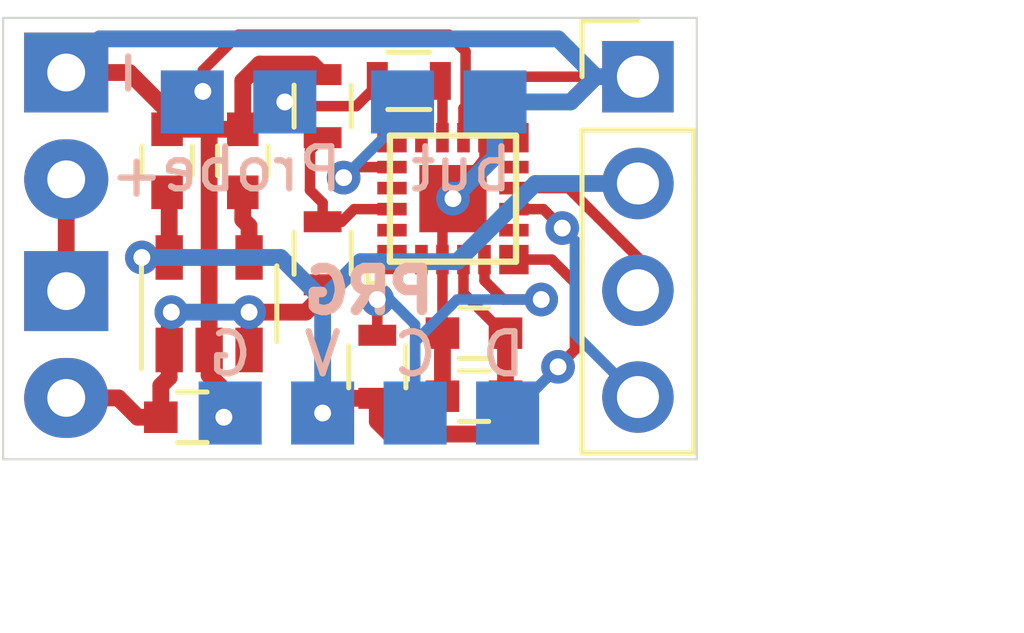
<source format=kicad_pcb>
(kicad_pcb (version 20221018) (generator pcbnew)
  (layers (0 "F.Cu" signal) (31 "B.Cu" signal) (34 "B.Paste" user) (35 "F.Paste" user) (36 "B.SilkS" user "B.Silkscreen") (37 "F.SilkS" user "F.Silkscreen") (38 "B.Mask" user) (39 "F.Mask" user) (44 "Edge.Cuts" user))
  (net 0 "")
  (net 1 "/VIN")
  (net 2 "GND")
  (net 3 "Net-(C2-Pad1)")
  (net 4 "+2V8")
  (net 5 "+BATT")
  (net 6 "/C2D")
  (net 7 "/C2C")
  (net 8 "/SDA")
  (net 9 "/SCL")
  (net 10 "/P-")
  (net 11 "/ANA")
  (net 12 "Net-(R1-Pad2)")
  (net 13 "Net-(R4-Pad2)")
  (net 14 "/BUT")
  (net 15 "Net-(U2-Pad1)")
  (net 16 "Net-(U2-Pad16)")
  (net 17 "Net-(U2-Pad20)")
  (net 18 "Net-(U2-Pad18)")
  (net 19 "Net-(U2-Pad11)")
  (net 20 "Net-(U2-Pad10)")
  (net 21 "Net-(U2-Pad7)")
  (net 22 "Net-(U2-Pad2)")
  (footprint "Capacitors_SMD:C_0603" (layer "F.Cu") (at 130.5 101)
    (fp_text reference "C1" hide)
    (fp_text value "1uf" hide)
    (fp_line (start -0.35 -0.6) (end 0.35 -0.6) (stroke (width 0.12)) (layer "F.SilkS"))
    (fp_line (start 0.35 0.6) (end -0.35 0.6) (stroke (width 0.12)) (layer "F.SilkS"))
    (pad "1" smd rect (at -0.75 0) (size 0.8 0.75) (layers "F.Cu" "F.Paste" "F.Mask") (net 1 "/VIN"))
    (pad "2" smd rect (at 0.75 0) (size 0.8 0.75) (layers "F.Cu" "F.Paste" "F.Mask") (net 2 "GND"))
  )
  (footprint "Capacitors_SMD:C_0603" (layer "F.Cu") (at 129.9 94.9 90)
    (fp_text reference "C3" hide)
    (fp_text value "2uf" hide)
    (fp_line (start -0.35 -0.6) (end 0.35 -0.6) (stroke (width 0.12)) (layer "F.SilkS"))
    (fp_line (start 0.35 0.6) (end -0.35 0.6) (stroke (width 0.12)) (layer "F.SilkS"))
    (pad "1" smd rect (at -0.75 0 90) (size 0.8 0.75) (layers "F.Cu" "F.Paste" "F.Mask") (net 4 "+2V8"))
    (pad "2" smd rect (at 0.75 0 90) (size 0.8 0.75) (layers "F.Cu" "F.Paste" "F.Mask") (net 2 "GND"))
  )
  (footprint "Capacitors_SMD:C_0603" (layer "F.Cu") (at 137.2 99 180)
    (fp_text reference "C4" hide)
    (fp_text value "100n" hide)
    (fp_line (start -0.35 -0.6) (end 0.35 -0.6) (stroke (width 0.12)) (layer "F.SilkS"))
    (fp_line (start 0.35 0.6) (end -0.35 0.6) (stroke (width 0.12)) (layer "F.SilkS"))
    (pad "1" smd rect (at -0.75 0 180) (size 0.8 0.75) (layers "F.Cu" "F.Paste" "F.Mask") (net 4 "+2V8"))
    (pad "2" smd rect (at 0.75 0 180) (size 0.8 0.75) (layers "F.Cu" "F.Paste" "F.Mask") (net 2 "GND"))
  )
  (footprint "Resistors_SMD:R_0603" (layer "F.Cu") (at 133.6 97.1 90)
    (fp_text reference "R1" hide)
    (fp_text value "5.1K" hide)
    (fp_line (start -0.5 -0.68) (end 0.5 -0.68) (stroke (width 0.12)) (layer "F.SilkS"))
    (fp_line (start 0.5 0.68) (end -0.5 0.68) (stroke (width 0.12)) (layer "F.SilkS"))
    (pad "1" smd rect (at -0.75 0 90) (size 0.5 0.9) (layers "F.Cu" "F.Paste" "F.Mask") (net 1 "/VIN"))
    (pad "2" smd rect (at 0.75 0 90) (size 0.5 0.9) (layers "F.Cu" "F.Paste" "F.Mask") (net 12 "Net-(R1-Pad2)"))
  )
  (footprint "Resistors_SMD:R_0603" (layer "F.Cu") (at 133.6 93.6 90)
    (fp_text reference "R2" hide)
    (fp_text value "10K" hide)
    (fp_line (start -0.5 -0.68) (end 0.5 -0.68) (stroke (width 0.12)) (layer "F.SilkS"))
    (fp_line (start 0.5 0.68) (end -0.5 0.68) (stroke (width 0.12)) (layer "F.SilkS"))
    (pad "1" smd rect (at -0.75 0 90) (size 0.5 0.9) (layers "F.Cu" "F.Paste" "F.Mask") (net 12 "Net-(R1-Pad2)"))
    (pad "2" smd rect (at 0.75 0 90) (size 0.5 0.9) (layers "F.Cu" "F.Paste" "F.Mask") (net 2 "GND"))
  )
  (footprint "KiCadCustomLibs:QFN20" (layer "F.Cu") (at 136.7 95.8)
    (fp_text reference "U2" hide)
    (fp_text value "EFM8BB1" hide)
    (fp_line (start -2.032 2.032) (end -2.032 1.651) (stroke (width 0.15)) (layer "F.SilkS"))
    (fp_line (start -1.651 2.032) (end -2.032 2.032) (stroke (width 0.15)) (layer "F.SilkS"))
    (fp_line (start -1.5 -1.5) (end -1.5 1.5) (stroke (width 0.15)) (layer "F.SilkS"))
    (fp_line (start -1.5 1.5) (end 1.5 1.5) (stroke (width 0.15)) (layer "F.SilkS"))
    (fp_line (start 1.5 -1.5) (end -1.5 -1.5) (stroke (width 0.15)) (layer "F.SilkS"))
    (fp_line (start 1.5 1.5) (end 1.5 -1.5) (stroke (width 0.15)) (layer "F.SilkS"))
    (pad "1" smd rect (at -1.45 1.45) (size 0.7 0.7) (layers "F.Cu" "F.Paste" "F.Mask") (net 15 "Net-(U2-Pad1)"))
    (pad "2" smd rect (at -0.75 1.45) (size 0.3 0.7) (layers "F.Cu" "F.Paste" "F.Mask") (net 22 "Net-(U2-Pad2)"))
    (pad "3" smd rect (at -0.25 1.45) (size 0.3 0.7) (layers "F.Cu" "F.Paste" "F.Mask") (net 2 "GND"))
    (pad "4" smd rect (at 0.25 1.45) (size 0.3 0.7) (layers "F.Cu" "F.Paste" "F.Mask") (net 4 "+2V8"))
    (pad "5" smd rect (at 0.75 1.45) (size 0.3 0.7) (layers "F.Cu" "F.Paste" "F.Mask") (net 7 "/C2C"))
    (pad "6" smd rect (at 1.45 1.45) (size 0.7 0.7) (layers "F.Cu" "F.Paste" "F.Mask") (net 6 "/C2D"))
    (pad "7" smd rect (at 1.45 0.75 90) (size 0.3 0.7) (layers "F.Cu" "F.Paste" "F.Mask") (net 21 "Net-(U2-Pad7)"))
    (pad "8" smd rect (at 1.45 0.25 90) (size 0.3 0.7) (layers "F.Cu" "F.Paste" "F.Mask") (net 8 "/SDA"))
    (pad "9" smd rect (at 1.45 -0.25 90) (size 0.3 0.7) (layers "F.Cu" "F.Paste" "F.Mask") (net 9 "/SCL"))
    (pad "10" smd rect (at 1.45 -0.75 90) (size 0.3 0.7) (layers "F.Cu" "F.Paste" "F.Mask") (net 20 "Net-(U2-Pad10)"))
    (pad "11" smd rect (at 1.45 -1.45) (size 0.7 0.7) (layers "F.Cu" "F.Paste" "F.Mask") (net 19 "Net-(U2-Pad11)"))
    (pad "12" smd rect (at 0.75 -1.45) (size 0.3 0.7) (layers "F.Cu" "F.Paste" "F.Mask") (net 2 "GND"))
    (pad "13" smd rect (at 0.25 -1.45) (size 0.3 0.7) (layers "F.Cu" "F.Paste" "F.Mask") (net 10 "/P-"))
    (pad "14" smd rect (at -0.25 -1.45) (size 0.3 0.7) (layers "F.Cu" "F.Paste" "F.Mask") (net 13 "Net-(R4-Pad2)"))
    (pad "15" smd rect (at -0.75 -1.45) (size 0.3 0.7) (layers "F.Cu" "F.Paste" "F.Mask") (net 11 "/ANA"))
    (pad "16" smd rect (at -1.45 -1.45) (size 0.7 0.7) (layers "F.Cu" "F.Paste" "F.Mask") (net 16 "Net-(U2-Pad16)"))
    (pad "17" smd rect (at -1.45 -0.75 90) (size 0.3 0.7) (layers "F.Cu" "F.Paste" "F.Mask") (net 14 "/BUT"))
    (pad "18" smd rect (at -1.45 -0.25 90) (size 0.3 0.7) (layers "F.Cu" "F.Paste" "F.Mask") (net 18 "Net-(U2-Pad18)"))
    (pad "19" smd rect (at -1.45 0.25 90) (size 0.3 0.7) (layers "F.Cu" "F.Paste" "F.Mask") (net 12 "Net-(R1-Pad2)"))
    (pad "20" smd rect (at -1.45 0.75 90) (size 0.3 0.7) (layers "F.Cu" "F.Paste" "F.Mask") (net 17 "Net-(U2-Pad20)"))
    (pad "21" smd rect (at 0 0) (size 1.6 1.6) (layers "F.Cu" "F.Paste" "F.Mask") (net 2 "GND"))
  )
  (footprint "Pin_Headers:Pin_Header_Straight_1x04_Pitch2.54mm" (layer "F.Cu") (at 141.1 92.9)
    (fp_text reference "J3" hide)
    (fp_text value "OLED" hide)
    (fp_line (start -1.33 -1.33) (end 0 -1.33) (stroke (width 0.12)) (layer "F.SilkS"))
    (fp_line (start -1.33 0) (end -1.33 -1.33) (stroke (width 0.12)) (layer "F.SilkS"))
    (fp_line (start -1.33 1.27) (end -1.33 8.95) (stroke (width 0.12)) (layer "F.SilkS"))
    (fp_line (start -1.33 1.27) (end 1.33 1.27) (stroke (width 0.12)) (layer "F.SilkS"))
    (fp_line (start -1.33 8.95) (end 1.33 8.95) (stroke (width 0.12)) (layer "F.SilkS"))
    (fp_line (start 1.33 1.27) (end 1.33 8.95) (stroke (width 0.12)) (layer "F.SilkS"))
    (pad "1" thru_hole rect (at 0 0) (size 1.7 1.7) (drill 1) (layers "*.Cu" "*.Mask") (net 2 "GND"))
    (pad "2" thru_hole oval (at 0 2.54) (size 1.7 1.7) (drill 1) (layers "*.Cu" "*.Mask") (net 4 "+2V8"))
    (pad "3" thru_hole oval (at 0 5.08) (size 1.7 1.7) (drill 1) (layers "*.Cu" "*.Mask") (net 9 "/SCL"))
    (pad "4" thru_hole oval (at 0 7.62) (size 1.7 1.7) (drill 1) (layers "*.Cu" "*.Mask") (net 8 "/SDA"))
  )
  (footprint "Capacitors_SMD:C_0603" (layer "F.Cu") (at 137.2 100.5 180)
    (fp_text reference "C5" hide)
    (fp_text value "2uf" hide)
    (fp_line (start -0.35 -0.6) (end 0.35 -0.6) (stroke (width 0.12)) (layer "F.SilkS"))
    (fp_line (start 0.35 0.6) (end -0.35 0.6) (stroke (width 0.12)) (layer "F.SilkS"))
    (pad "1" smd rect (at -0.75 0 180) (size 0.8 0.75) (layers "F.Cu" "F.Paste" "F.Mask") (net 4 "+2V8"))
    (pad "2" smd rect (at 0.75 0 180) (size 0.8 0.75) (layers "F.Cu" "F.Paste" "F.Mask") (net 2 "GND"))
  )
  (footprint "Resistors_SMD:R_0603" (layer "F.Cu") (at 134.9 99.8 90)
    (fp_text reference "R3" hide)
    (fp_text value "10K" hide)
    (fp_line (start -0.5 -0.68) (end 0.5 -0.68) (stroke (width 0.12)) (layer "F.SilkS"))
    (fp_line (start 0.5 0.68) (end -0.5 0.68) (stroke (width 0.12)) (layer "F.SilkS"))
    (pad "1" smd rect (at -0.75 0 90) (size 0.5 0.9) (layers "F.Cu" "F.Paste" "F.Mask") (net 4 "+2V8"))
    (pad "2" smd rect (at 0.75 0 90) (size 0.5 0.9) (layers "F.Cu" "F.Paste" "F.Mask") (net 7 "/C2C"))
  )
  (footprint "KiCadCustomLibs:Conn_1x02_2.54_0.9mm" (layer "F.Cu") (at 127.5 98)
    (fp_text reference "SW1" hide)
    (fp_text value "ON/OFF" hide)
    (pad "1" thru_hole rect (at 0 0) (size 2 1.9) (drill 0.9) (layers "*.Cu" "*.Mask") (net 5 "+BATT"))
    (pad "2" thru_hole oval (at 0 2.54) (size 2 1.9) (drill 0.9) (layers "*.Cu" "*.Mask") (net 1 "/VIN"))
  )
  (footprint "KiCadCustomLibs:Conn_1x02_2.54_0.9mm" (layer "F.Cu") (at 127.5 92.8)
    (fp_text reference "J1" hide)
    (fp_text value "BAT" hide)
    (pad "1" thru_hole rect (at 0 0) (size 2 1.9) (drill 0.9) (layers "*.Cu" "*.Mask") (net 2 "GND"))
    (pad "2" thru_hole oval (at 0 2.54) (size 2 1.9) (drill 0.9) (layers "*.Cu" "*.Mask") (net 5 "+BATT"))
  )
  (footprint "Capacitors_SMD:C_0603" (layer "F.Cu") (at 131.7 94.9 90)
    (fp_text reference "C2" hide)
    (fp_text value "470p" hide)
    (fp_line (start -0.35 -0.6) (end 0.35 -0.6) (stroke (width 0.12)) (layer "F.SilkS"))
    (fp_line (start 0.35 0.6) (end -0.35 0.6) (stroke (width 0.12)) (layer "F.SilkS"))
    (pad "1" smd rect (at -0.75 0 90) (size 0.8 0.75) (layers "F.Cu" "F.Paste" "F.Mask") (net 3 "Net-(C2-Pad1)"))
    (pad "2" smd rect (at 0.75 0 90) (size 0.8 0.75) (layers "F.Cu" "F.Paste" "F.Mask") (net 2 "GND"))
  )
  (footprint "TO_SOT_Packages_SMD:SOT-23-5" (layer "F.Cu") (at 130.9 98.3 90)
    (fp_text reference "U1" hide)
    (fp_text value "MIC5219-2.8" hide)
    (fp_line (start -0.9 1.61) (end 0.9 1.61) (stroke (width 0.12)) (layer "F.SilkS"))
    (fp_line (start 0.9 -1.61) (end -1.55 -1.61) (stroke (width 0.12)) (layer "F.SilkS"))
    (pad "1" smd rect (at -1.1 -0.95 90) (size 1.06 0.65) (layers "F.Cu" "F.Paste" "F.Mask") (net 1 "/VIN"))
    (pad "2" smd rect (at -1.1 0 90) (size 1.06 0.65) (layers "F.Cu" "F.Paste" "F.Mask") (net 2 "GND"))
    (pad "3" smd rect (at -1.1 0.95 90) (size 1.06 0.65) (layers "F.Cu" "F.Paste" "F.Mask") (net 1 "/VIN"))
    (pad "4" smd rect (at 1.1 0.95 90) (size 1.06 0.65) (layers "F.Cu" "F.Paste" "F.Mask") (net 3 "Net-(C2-Pad1)"))
    (pad "5" smd rect (at 1.1 -0.95 90) (size 1.06 0.65) (layers "F.Cu" "F.Paste" "F.Mask") (net 4 "+2V8"))
  )
  (footprint "Resistors_SMD:R_0603" (layer "F.Cu") (at 135.65 93)
    (fp_text reference "R4" hide)
    (fp_text value "1K" hide)
    (fp_line (start -0.5 -0.68) (end 0.5 -0.68) (stroke (width 0.12)) (layer "F.SilkS"))
    (fp_line (start 0.5 0.68) (end -0.5 0.68) (stroke (width 0.12)) (layer "F.SilkS"))
    (pad "1" smd rect (at -0.75 0) (size 0.5 0.9) (layers "F.Cu" "F.Paste" "F.Mask") (net 11 "/ANA"))
    (pad "2" smd rect (at 0.75 0) (size 0.5 0.9) (layers "F.Cu" "F.Paste" "F.Mask") (net 13 "Net-(R4-Pad2)"))
  )
  (footprint "KiCadCustomLibs:POWER2PIN_2" (layer "B.Cu") (at 136.9 100.9 180)
    (fp_text reference "J2" hide)
    (fp_text value "PRG" (at 2.2 2.9) (layer "B.SilkS") (effects (font (thickness 0.25)) (justify mirror)))
    (pad "1" smd rect (at -1.1 0 180) (size 1.5 1.5) (layers "B.Cu" "B.Paste" "B.Mask") (net 6 "/C2D"))
    (pad "2" smd rect (at 1.1 0 180) (size 1.5 1.5) (layers "B.Cu" "B.Paste" "B.Mask") (net 7 "/C2C"))
  )
  (footprint "KiCadCustomLibs:POWER2PIN_2" (layer "B.Cu") (at 136.6 93.5)
    (fp_text reference "SW2" hide)
    (fp_text value "but" (at 0.3 1.6) (layer "B.SilkS") (effects (justify mirror)))
    (pad "1" smd rect (at -1.1 0) (size 1.5 1.5) (layers "B.Cu" "B.Paste" "B.Mask") (net 14 "/BUT"))
    (pad "2" smd rect (at 1.1 0) (size 1.5 1.5) (layers "B.Cu" "B.Paste" "B.Mask") (net 2 "GND"))
  )
  (footprint "KiCadCustomLibs:POWER2PIN_2" (layer "B.Cu") (at 131.6 93.5)
    (fp_text reference "J4" hide)
    (fp_text value "Probe" (at 0.3 1.6) (layer "B.SilkS") (effects (justify mirror)))
    (pad "1" smd rect (at -1.1 0) (size 1.5 1.5) (layers "B.Cu" "B.Paste" "B.Mask") (net 10 "/P-"))
    (pad "2" smd rect (at 1.1 0) (size 1.5 1.5) (layers "B.Cu" "B.Paste" "B.Mask") (net 11 "/ANA"))
  )
  (footprint "KiCadCustomLibs:POWER2PIN_2" (layer "B.Cu") (at 132.5 100.9)
    (fp_text reference "J5" hide)
    (fp_text value "PRG_PWR" hide)
    (pad "1" smd rect (at -1.1 0) (size 1.5 1.5) (layers "B.Cu" "B.Paste" "B.Mask") (net 2 "GND"))
    (pad "2" smd rect (at 1.1 0) (size 1.5 1.5) (layers "B.Cu" "B.Paste" "B.Mask") (net 4 "+2V8"))
  )
  (gr_line (start 126 91.5) (end 142.5 91.5) (stroke (width 0.05)) (layer "Edge.Cuts"))
  (gr_line (start 142.5 91.5) (end 142.5 102) (stroke (width 0.05)) (layer "Edge.Cuts"))
  (gr_line (start 142.5 102) (end 126 102) (stroke (width 0.05)) (layer "Edge.Cuts"))
  (gr_line (start 126 102) (end 126 91.5) (stroke (width 0.05)) (layer "Edge.Cuts"))
  (gr_text "C" (at 135.8 99.5) (layer "B.SilkS") (effects (font (size 1 1)) (justify mirror)))
  (gr_text "V" (at 133.6 99.5) (layer "B.SilkS") (effects (font (size 1 1)) (justify mirror)))
  (gr_text "G" (at 131.4 99.5) (layer "B.SilkS") (effects (font (size 1 1)) (justify mirror)))
  (gr_text "-" (at 128.9 92.8 90) (layer "B.SilkS") (effects (font (size 1 1)) (justify mirror)))
  (gr_text "+" (at 129.1 95.3 90) (layer "B.SilkS") (effects (font (size 1 1)) (justify mirror)))
  (gr_text "D" (at 137.9 99.5) (layer "B.SilkS") (effects (font (size 1 1)) (justify mirror)))
  (segment (start 129.95 99.4) (end 129.95 98.55) (width 0.4) (layer "F.Cu") (net 1))
  (segment (start 128.74 100.54) (end 127.5 100.54) (width 0.4) (layer "F.Cu") (net 1))
  (segment (start 129.75 101) (end 129.2 101) (width 0.4) (layer "F.Cu") (net 1))
  (segment (start 129.2 101) (end 128.74 100.54) (width 0.4) (layer "F.Cu") (net 1))
  (segment (start 129.95 100.05) (end 129.75 100.25) (width 0.4) (layer "F.Cu") (net 1))
  (segment (start 131.85 98.5) (end 133.2 98.5) (width 0.4) (layer "F.Cu") (net 1))
  (segment (start 131.85 99.4) (end 131.85 98.5) (width 0.4) (layer "F.Cu") (net 1))
  (segment (start 129.75 100.25) (end 129.75 101) (width 0.4) (layer "F.Cu") (net 1))
  (segment (start 129.95 98.55) (end 130 98.5) (width 0.4) (layer "F.Cu") (net 1))
  (segment (start 129.95 99.4) (end 129.95 100.05) (width 0.4) (layer "F.Cu") (net 1))
  (segment (start 133.6 98.1) (end 133.6 97.85) (width 0.4) (layer "F.Cu") (net 1))
  (segment (start 133.2 98.5) (end 133.6 98.1) (width 0.4) (layer "F.Cu") (net 1))
  (via (at 130 98.5) (size 0.8) (drill 0.4) (layers "F.Cu" "B.Cu") (net 1))
  (via (at 131.85 98.5) (size 0.8) (drill 0.4) (layers "F.Cu" "B.Cu") (net 1))
  (segment (start 131.85 98.55) (end 131.5 98.5) (width 0.4) (layer "B.Cu") (net 1))
  (segment (start 131.5 98.5) (end 130 98.5) (width 0.4) (layer "B.Cu") (net 1))
  (segment (start 131.25 101) (end 131.25 101) (width 0.25) (layer "F.Cu") (net 2))
  (segment (start 137.45 94.85) (end 136.7 95.8) (width 0.25) (layer "F.Cu") (net 2))
  (segment (start 137.45 94.35) (end 137.45 93.55) (width 0.25) (layer "F.Cu") (net 2))
  (segment (start 133.6 92.85) (end 133.35 92.6) (width 0.4) (layer "F.Cu") (net 2))
  (segment (start 131.25 100.35) (end 131.25 101) (width 0.4) (layer "F.Cu") (net 2))
  (segment (start 131.7 93) (end 131.7 94.15) (width 0.4) (layer "F.Cu") (net 2))
  (segment (start 136.45 97.25) (end 136.45 99) (width 0.25) (layer "F.Cu") (net 2))
  (segment (start 136.45 97.25) (end 136.45 96.05) (width 0.25) (layer "F.Cu") (net 2))
  (segment (start 136.45 96.05) (end 136.7 95.8) (width 0.25) (layer "F.Cu") (net 2))
  (segment (start 130.9 94.2) (end 130.85 94.15) (width 0.4) (layer "F.Cu") (net 2))
  (segment (start 138.1 92.9) (end 141.1 92.9) (width 0.25) (layer "F.Cu") (net 2))
  (segment (start 133.35 92.6) (end 132.1 92.6) (width 0.4) (layer "F.Cu") (net 2))
  (segment (start 130.9 99.4) (end 130.9 94.2) (width 0.4) (layer "F.Cu") (net 2))
  (segment (start 127.5 92.8) (end 129 92.8) (width 0.4) (layer "F.Cu") (net 2))
  (segment (start 129.9 94.15) (end 130.85 94.15) (width 0.4) (layer "F.Cu") (net 2))
  (segment (start 137.45 93.55) (end 138.1 92.9) (width 0.25) (layer "F.Cu") (net 2))
  (segment (start 129.9 93.7) (end 129.9 94.15) (width 0.4) (layer "F.Cu") (net 2))
  (segment (start 136.45 99) (end 136.45 100.5) (width 0.4) (layer "F.Cu") (net 2))
  (segment (start 129 92.8) (end 129.9 93.7) (width 0.4) (layer "F.Cu") (net 2))
  (segment (start 130.9 99.4) (end 130.9 100) (width 0.4) (layer "F.Cu") (net 2))
  (segment (start 130.85 94.15) (end 131.7 94.15) (width 0.4) (layer "F.Cu") (net 2))
  (segment (start 130.9 100) (end 131.25 100.35) (width 0.4) (layer "F.Cu") (net 2))
  (segment (start 132.1 92.6) (end 131.7 93) (width 0.4) (layer "F.Cu") (net 2))
  (segment (start 137.45 94.35) (end 137.45 94.85) (width 0.25) (layer "F.Cu") (net 2))
  (via (at 131.25 101) (size 0.8) (drill 0.4) (layers "F.Cu" "B.Cu") (net 2))
  (via (at 136.7 95.8) (size 0.8) (drill 0.4) (layers "F.Cu" "B.Cu") (net 2))
  (segment (start 139.5 93.5) (end 140.1 92.9) (width 0.4) (layer "B.Cu") (net 2))
  (segment (start 140.1 92.9) (end 139.2 92) (width 0.4) (layer "B.Cu") (net 2))
  (segment (start 139.2 92) (end 128.3 92) (width 0.4) (layer "B.Cu") (net 2))
  (segment (start 128.3 92) (end 127.5 92.8) (width 0.4) (layer "B.Cu") (net 2))
  (segment (start 137.7 94.8) (end 136.7 95.8) (width 0.4) (layer "B.Cu") (net 2))
  (segment (start 141.1 92.9) (end 140.1 92.9) (width 0.4) (layer "B.Cu") (net 2))
  (segment (start 137.7 93.5) (end 139.5 93.5) (width 0.4) (layer "B.Cu") (net 2))
  (segment (start 137.7 93.5) (end 137.7 94.8) (width 0.4) (layer "B.Cu") (net 2))
  (segment (start 131.7 96.3) (end 131.7 95.65) (width 0.4) (layer "F.Cu") (net 3))
  (segment (start 131.85 96.45) (end 131.7 96.3) (width 0.4) (layer "F.Cu") (net 3))
  (segment (start 131.85 97.2) (end 131.85 96.45) (width 0.4) (layer "F.Cu") (net 3))
  (segment (start 134.9 100.55) (end 133.95 100.55) (width 0.4) (layer "F.Cu") (net 4))
  (segment (start 137.9 99) (end 137.95 99) (width 0.25) (layer "F.Cu") (net 4))
  (segment (start 129.95 97.2) (end 129.3 97.2) (width 0.4) (layer "F.Cu") (net 4))
  (segment (start 135.2 101.4) (end 134.9 101.1) (width 0.4) (layer "F.Cu") (net 4))
  (segment (start 133.95 100.55) (end 133.6 100.9) (width 0.4) (layer "F.Cu") (net 4))
  (segment (start 137.95 100.95) (end 137.5 101.4) (width 0.4) (layer "F.Cu") (net 4))
  (segment (start 134.9 101.1) (end 134.9 100.55) (width 0.4) (layer "F.Cu") (net 4))
  (segment (start 129.95 95.7) (end 129.9 95.65) (width 0.25) (layer "F.Cu") (net 4))
  (segment (start 136.95 97.25) (end 136.95 98.05) (width 0.25) (layer "F.Cu") (net 4))
  (segment (start 129.95 97.2) (end 129.95 95.7) (width 0.4) (layer "F.Cu") (net 4))
  (segment (start 137.5 101.4) (end 135.2 101.4) (width 0.4) (layer "F.Cu") (net 4))
  (segment (start 137.95 99) (end 137.95 100.5) (width 0.4) (layer "F.Cu") (net 4))
  (segment (start 136.95 98.05) (end 137.9 99) (width 0.25) (layer "F.Cu") (net 4))
  (segment (start 137.95 100.5) (end 137.95 100.95) (width 0.4) (layer "F.Cu") (net 4))
  (via (at 129.3 97.2) (size 0.8) (drill 0.4) (layers "F.Cu" "B.Cu") (net 4))
  (via (at 133.6 100.9) (size 0.8) (drill 0.4) (layers "F.Cu" "B.Cu") (net 4))
  (segment (start 129.3 97.2) (end 132.6 97.2) (width 0.4) (layer "B.Cu") (net 4))
  (segment (start 136.8 97.3) (end 134.5 97.3) (width 0.4) (layer "B.Cu") (net 4))
  (segment (start 141.1 95.44) (end 138.66 95.44) (width 0.4) (layer "B.Cu") (net 4))
  (segment (start 134.5 97.3) (end 133.6 98.2) (width 0.4) (layer "B.Cu") (net 4))
  (segment (start 132.6 97.2) (end 133.6 98.2) (width 0.4) (layer "B.Cu") (net 4))
  (segment (start 138.66 95.44) (end 136.8 97.3) (width 0.4) (layer "B.Cu") (net 4))
  (segment (start 133.6 98.2) (end 133.6 100.9) (width 0.4) (layer "B.Cu") (net 4))
  (segment (start 127.5 95.34) (end 127.5 98) (width 0.4) (layer "F.Cu") (net 5))
  (segment (start 139.6 99.4) (end 139.2 99.8) (width 0.25) (layer "F.Cu") (net 6))
  (segment (start 139.6 97.8) (end 139.6 99.4) (width 0.25) (layer "F.Cu") (net 6))
  (segment (start 139.05 97.25) (end 139.6 97.8) (width 0.25) (layer "F.Cu") (net 6))
  (segment (start 138.15 97.25) (end 139.05 97.25) (width 0.25) (layer "F.Cu") (net 6))
  (via (at 139.2 99.8) (size 0.8) (drill 0.4) (layers "F.Cu" "B.Cu") (net 6))
  (segment (start 139.2 99.8) (end 138.1 100.9) (width 0.25) (layer "B.Cu") (net 6))
  (segment (start 138.1 100.9) (end 138 100.9) (width 0.25) (layer "B.Cu") (net 6))
  (segment (start 137.9 98.2) (end 138.8 98.2) (width 0.25) (layer "F.Cu") (net 7))
  (segment (start 137.45 97.25) (end 137.45 97.75) (width 0.25) (layer "F.Cu") (net 7))
  (segment (start 137.45 97.75) (end 137.9 98.2) (width 0.25) (layer "F.Cu") (net 7))
  (segment (start 134.9 98.2) (end 134.9 99.05) (width 0.25) (layer "F.Cu") (net 7))
  (via (at 134.9 98.2) (size 0.8) (drill 0.4) (layers "F.Cu" "B.Cu") (net 7))
  (via (at 138.8 98.2) (size 0.8) (drill 0.4) (layers "F.Cu" "B.Cu") (net 7))
  (segment (start 135.8 100.9) (end 135.8 98.8) (width 0.25) (layer "B.Cu") (net 7))
  (segment (start 135.8 98.8) (end 135.2 98.2) (width 0.25) (layer "B.Cu") (net 7))
  (segment (start 136.8 98.2) (end 135.8 99.2) (width 0.25) (layer "B.Cu") (net 7))
  (segment (start 138.8 98.2) (end 136.8 98.2) (width 0.25) (layer "B.Cu") (net 7))
  (segment (start 135.2 98.2) (end 134.9 98.2) (width 0.25) (layer "B.Cu") (net 7))
  (segment (start 135.8 99.2) (end 135.8 100.9) (width 0.25) (layer "B.Cu") (net 7))
  (segment (start 138.85 96.05) (end 139.3 96.5) (width 0.25) (layer "F.Cu") (net 8))
  (segment (start 138.15 96.05) (end 138.85 96.05) (width 0.25) (layer "F.Cu") (net 8))
  (via (at 139.3 96.5) (size 0.8) (drill 0.4) (layers "F.Cu" "B.Cu") (net 8))
  (segment (start 139.6 99.02) (end 141.1 100.52) (width 0.25) (layer "B.Cu") (net 8))
  (segment (start 139.3 96.5) (end 139.6 96.8) (width 0.25) (layer "B.Cu") (net 8))
  (segment (start 139.6 96.8) (end 139.6 99.02) (width 0.25) (layer "B.Cu") (net 8))
  (segment (start 138.15 95.55) (end 139.45 95.55) (width 0.25) (layer "F.Cu") (net 9))
  (segment (start 141.1 97.2) (end 141.1 97.98) (width 0.25) (layer "F.Cu") (net 9))
  (segment (start 139.45 95.55) (end 141.1 97.2) (width 0.25) (layer "F.Cu") (net 9))
  (segment (start 137 93.6) (end 136.95 93.65) (width 0.25) (layer "F.Cu") (net 10))
  (segment (start 136.95 93.65) (end 136.95 94.35) (width 0.25) (layer "F.Cu") (net 10))
  (segment (start 136.6 91.9) (end 137 92.3) (width 0.25) (layer "F.Cu") (net 10))
  (segment (start 137 92.3) (end 137 93.6) (width 0.25) (layer "F.Cu") (net 10))
  (segment (start 130.75 92.75) (end 131.6 91.9) (width 0.25) (layer "F.Cu") (net 10))
  (segment (start 130.75 93.25) (end 130.75 92.75) (width 0.25) (layer "F.Cu") (net 10))
  (segment (start 131.6 91.9) (end 136.6 91.9) (width 0.25) (layer "F.Cu") (net 10))
  (via (at 130.75 93.25) (size 0.8) (drill 0.4) (layers "F.Cu" "B.Cu") (net 10))
  (segment (start 134.9 93.1) (end 134.4 93.6) (width 0.25) (layer "F.Cu") (net 11))
  (segment (start 132.8 93.6) (end 132.7 93.5) (width 0.25) (layer "F.Cu") (net 11))
  (segment (start 134.4 93.6) (end 132.8 93.6) (width 0.25) (layer "F.Cu") (net 11))
  (segment (start 135.2 93) (end 134.9 93) (width 0.25) (layer "F.Cu") (net 11))
  (segment (start 135.95 94.35) (end 135.95 93.75) (width 0.25) (layer "F.Cu") (net 11))
  (segment (start 134.9 93) (end 134.9 93.1) (width 0.25) (layer "F.Cu") (net 11))
  (segment (start 135.95 93.75) (end 135.2 93) (width 0.25) (layer "F.Cu") (net 11))
  (via (at 132.7 93.5) (size 0.8) (drill 0.4) (layers "F.Cu" "B.Cu") (net 11))
  (segment (start 133.3 95.6) (end 133.3 94.65) (width 0.25) (layer "F.Cu") (net 12))
  (segment (start 133.3 94.65) (end 133.6 94.35) (width 0.25) (layer "F.Cu") (net 12))
  (segment (start 135.25 96.05) (end 134.35 96.05) (width 0.25) (layer "F.Cu") (net 12))
  (segment (start 133.6 96.35) (end 133.6 95.9) (width 0.25) (layer "F.Cu") (net 12))
  (segment (start 133.6 95.9) (end 133.3 95.6) (width 0.25) (layer "F.Cu") (net 12))
  (segment (start 134.05 96.35) (end 133.6 96.35) (width 0.25) (layer "F.Cu") (net 12))
  (segment (start 134.35 96.05) (end 134.05 96.35) (width 0.25) (layer "F.Cu") (net 12))
  (segment (start 136.45 94.35) (end 136.45 93.05) (width 0.25) (layer "F.Cu") (net 13))
  (segment (start 136.45 93.05) (end 136.4 93) (width 0.25) (layer "F.Cu") (net 13))
  (segment (start 134.35 95.05) (end 134.1 95.3) (width 0.25) (layer "F.Cu") (net 14))
  (segment (start 135.25 95.05) (end 134.35 95.05) (width 0.25) (layer "F.Cu") (net 14))
  (via (at 134.1 95.3) (size 0.8) (drill 0.4) (layers "F.Cu" "B.Cu") (net 14))
  (segment (start 135.5 93.9) (end 135.5 93.5) (width 0.25) (layer "B.Cu") (net 14))
  (segment (start 134.1 95.3) (end 135.5 93.9) (width 0.25) (layer "B.Cu") (net 14))
)
</source>
